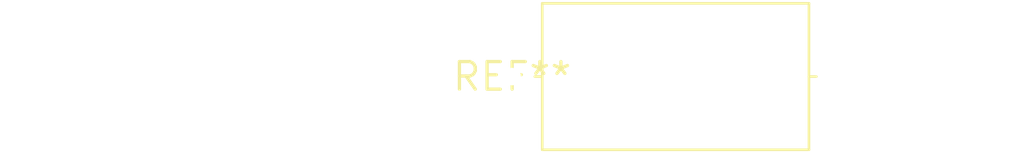
<source format=kicad_pcb>
(kicad_pcb (version 20240108) (generator pcbnew)
  (layers (0 "F.Cu" signal) (31 "B.Cu" signal) (34 "B.Paste" user) (35 "F.Paste" user) (36 "B.SilkS" user "B.Silkscreen") (37 "F.SilkS" user "F.Silkscreen") (38 "B.Mask" user) (39 "F.Mask" user) (44 "Edge.Cuts" user))
  (net 0 "")
  (footprint "C_Axial_L12.0mm_D6.5mm_P15.00mm_Horizontal" (layer "F.Cu") (at 0 0)
    (property "Reference" "REF**")
    (property "Value" "C_Axial_L12.0mm_D6.5mm_P15.00mm_Horizontal")
    (fp_line (start 1.04 0) (end 1.38 0) (layer "F.SilkS") (stroke (width 0.12)))
    (fp_line (start 1.38 -3.37) (end 1.38 3.37) (layer "F.SilkS") (stroke (width 0.12)))
    (fp_line (start 1.38 3.37) (end 13.62 3.37) (layer "F.SilkS") (stroke (width 0.12)))
    (fp_line (start 13.62 -3.37) (end 1.38 -3.37) (layer "F.SilkS") (stroke (width 0.12)))
    (fp_line (start 13.62 3.37) (end 13.62 -3.37) (layer "F.SilkS") (stroke (width 0.12)))
    (fp_line (start 13.96 0) (end 13.62 0) (layer "F.SilkS") (stroke (width 0.12)))
    (pad "1" thru_hole circle (at 0 0) (size 1.6 1.6) (drill 0.8) (layers *.Cu *.Mask) (remove_unused_layers))
    (pad "2" thru_hole oval (at 15 0) (size 1.6 1.6) (drill 0.8) (layers *.Cu *.Mask) (remove_unused_layers))
  )
)
</source>
